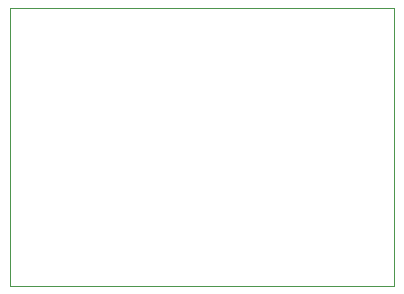
<source format=gm1>
%TF.GenerationSoftware,KiCad,Pcbnew,(6.0.2)*%
%TF.CreationDate,2023-03-19T00:19:14-07:00*%
%TF.ProjectId,serial-to-ws2812-v2,73657269-616c-42d7-946f-2d7773323831,rev?*%
%TF.SameCoordinates,Original*%
%TF.FileFunction,Profile,NP*%
%FSLAX46Y46*%
G04 Gerber Fmt 4.6, Leading zero omitted, Abs format (unit mm)*
G04 Created by KiCad (PCBNEW (6.0.2)) date 2023-03-19 00:19:14*
%MOMM*%
%LPD*%
G01*
G04 APERTURE LIST*
%TA.AperFunction,Profile*%
%ADD10C,0.100000*%
%TD*%
G04 APERTURE END LIST*
D10*
X182500000Y-32900000D02*
X150000000Y-32900000D01*
X150000000Y-32900000D02*
X150000000Y-56500000D01*
X150000000Y-56500000D02*
X182500000Y-56500000D01*
X182500000Y-56500000D02*
X182500000Y-32900000D01*
M02*

</source>
